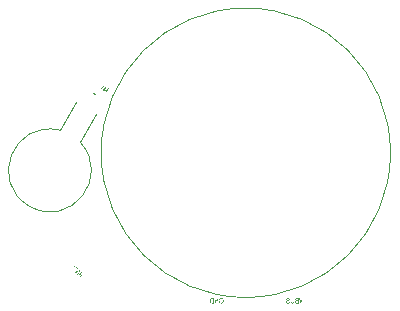
<source format=gbo>
G04*
G04 #@! TF.GenerationSoftware,Altium Limited,Altium Designer,19.0.12 (326)*
G04*
G04 Layer_Color=9147313*
%FSLAX24Y24*%
%MOIN*%
G70*
G01*
G75*
%ADD11C,0.0039*%
%ADD14C,0.0010*%
G36*
X3297Y-4439D02*
X3276D01*
X3217Y-4253D01*
X3237D01*
X3278Y-4388D01*
X3280Y-4394D01*
X3282Y-4399D01*
X3283Y-4404D01*
X3284Y-4409D01*
X3285Y-4413D01*
X3286Y-4416D01*
X3286Y-4417D01*
Y-4418D01*
X3287Y-4418D01*
Y-4419D01*
X3288Y-4413D01*
X3289Y-4408D01*
X3291Y-4402D01*
X3292Y-4398D01*
X3293Y-4394D01*
X3294Y-4391D01*
X3294Y-4390D01*
X3294Y-4389D01*
X3295Y-4388D01*
Y-4388D01*
X3334Y-4253D01*
X3357D01*
X3297Y-4439D01*
D02*
G37*
G36*
X3056Y-4360D02*
X3056Y-4369D01*
X3055Y-4376D01*
X3055Y-4383D01*
X3054Y-4390D01*
X3052Y-4395D01*
X3051Y-4400D01*
X3050Y-4405D01*
X3049Y-4409D01*
X3047Y-4413D01*
X3046Y-4416D01*
X3045Y-4419D01*
X3043Y-4420D01*
X3043Y-4422D01*
X3042Y-4423D01*
X3042Y-4424D01*
X3041Y-4424D01*
X3038Y-4427D01*
X3035Y-4430D01*
X3031Y-4432D01*
X3028Y-4434D01*
X3024Y-4436D01*
X3020Y-4438D01*
X3013Y-4440D01*
X3010Y-4440D01*
X3006Y-4441D01*
X3003Y-4441D01*
X3001Y-4442D01*
X2999Y-4442D01*
X2996D01*
X2988Y-4441D01*
X2981Y-4440D01*
X2975Y-4439D01*
X2970Y-4437D01*
X2966Y-4435D01*
X2965Y-4434D01*
X2963Y-4434D01*
X2962Y-4433D01*
X2961Y-4433D01*
X2961Y-4432D01*
X2961D01*
X2956Y-4428D01*
X2952Y-4424D01*
X2948Y-4419D01*
X2946Y-4415D01*
X2944Y-4411D01*
X2943Y-4408D01*
X2942Y-4406D01*
X2942Y-4406D01*
X2942Y-4405D01*
Y-4405D01*
X2940Y-4398D01*
X2938Y-4390D01*
X2938Y-4383D01*
X2937Y-4376D01*
Y-4373D01*
X2936Y-4370D01*
Y-4367D01*
X2936Y-4365D01*
Y-4363D01*
Y-4361D01*
Y-4361D01*
Y-4360D01*
Y-4253D01*
X2956D01*
Y-4360D01*
Y-4366D01*
X2957Y-4372D01*
X2957Y-4378D01*
X2958Y-4382D01*
X2959Y-4387D01*
X2959Y-4391D01*
X2960Y-4394D01*
X2961Y-4397D01*
X2962Y-4400D01*
X2963Y-4402D01*
X2964Y-4404D01*
X2965Y-4405D01*
X2965Y-4406D01*
X2966Y-4407D01*
X2966Y-4407D01*
Y-4408D01*
X2968Y-4410D01*
X2970Y-4411D01*
X2975Y-4414D01*
X2980Y-4417D01*
X2985Y-4418D01*
X2990Y-4419D01*
X2992Y-4419D01*
X2994D01*
X2995Y-4420D01*
X2997D01*
X3002Y-4419D01*
X3006Y-4419D01*
X3010Y-4418D01*
X3013Y-4417D01*
X3016Y-4416D01*
X3018Y-4415D01*
X3019Y-4414D01*
X3019Y-4414D01*
X3022Y-4411D01*
X3025Y-4409D01*
X3027Y-4406D01*
X3029Y-4403D01*
X3030Y-4400D01*
X3031Y-4399D01*
X3032Y-4397D01*
X3032Y-4397D01*
X3033Y-4394D01*
X3033Y-4392D01*
X3034Y-4386D01*
X3035Y-4380D01*
X3035Y-4374D01*
X3036Y-4369D01*
X3036Y-4366D01*
Y-4364D01*
Y-4363D01*
Y-4361D01*
Y-4360D01*
Y-4360D01*
Y-4253D01*
X3056D01*
Y-4360D01*
D02*
G37*
G36*
X3199Y-4439D02*
X3141D01*
X3134Y-4439D01*
X3128Y-4438D01*
X3122Y-4437D01*
X3117Y-4436D01*
X3114Y-4435D01*
X3111Y-4434D01*
X3110Y-4434D01*
X3109Y-4433D01*
X3105Y-4431D01*
X3101Y-4428D01*
X3098Y-4425D01*
X3096Y-4422D01*
X3093Y-4419D01*
X3092Y-4417D01*
X3091Y-4415D01*
X3091Y-4415D01*
Y-4415D01*
X3088Y-4410D01*
X3087Y-4405D01*
X3085Y-4400D01*
X3084Y-4395D01*
X3084Y-4391D01*
Y-4389D01*
X3084Y-4388D01*
Y-4387D01*
Y-4386D01*
Y-4385D01*
Y-4385D01*
X3084Y-4379D01*
X3085Y-4373D01*
X3086Y-4369D01*
X3087Y-4364D01*
X3089Y-4361D01*
X3090Y-4358D01*
X3091Y-4357D01*
X3091Y-4357D01*
X3094Y-4352D01*
X3098Y-4349D01*
X3101Y-4346D01*
X3105Y-4344D01*
X3108Y-4342D01*
X3110Y-4341D01*
X3112Y-4340D01*
X3112Y-4340D01*
X3112D01*
X3109Y-4337D01*
X3105Y-4335D01*
X3103Y-4332D01*
X3101Y-4329D01*
X3099Y-4327D01*
X3097Y-4325D01*
X3097Y-4324D01*
X3096Y-4324D01*
X3094Y-4319D01*
X3093Y-4316D01*
X3092Y-4311D01*
X3091Y-4308D01*
X3091Y-4305D01*
X3091Y-4302D01*
Y-4301D01*
Y-4301D01*
Y-4300D01*
X3091Y-4295D01*
X3092Y-4290D01*
X3093Y-4286D01*
X3094Y-4282D01*
X3095Y-4279D01*
X3096Y-4277D01*
X3097Y-4275D01*
X3097Y-4275D01*
X3100Y-4271D01*
X3103Y-4268D01*
X3105Y-4265D01*
X3108Y-4262D01*
X3111Y-4260D01*
X3113Y-4259D01*
X3114Y-4258D01*
X3114Y-4258D01*
X3118Y-4256D01*
X3123Y-4255D01*
X3127Y-4254D01*
X3132Y-4253D01*
X3136Y-4253D01*
X3139Y-4253D01*
X3199D01*
Y-4439D01*
D02*
G37*
G36*
X2853Y-4250D02*
X2858Y-4250D01*
X2865Y-4251D01*
X2869Y-4253D01*
X2872Y-4254D01*
X2875Y-4255D01*
X2878Y-4256D01*
X2880Y-4258D01*
X2882Y-4259D01*
X2884Y-4260D01*
X2886Y-4262D01*
X2887Y-4262D01*
X2888Y-4263D01*
X2888Y-4263D01*
X2888Y-4264D01*
X2891Y-4266D01*
X2893Y-4269D01*
X2895Y-4272D01*
X2897Y-4275D01*
X2899Y-4282D01*
X2901Y-4287D01*
X2902Y-4293D01*
X2902Y-4295D01*
X2903Y-4297D01*
X2903Y-4298D01*
Y-4299D01*
Y-4300D01*
Y-4301D01*
X2903Y-4305D01*
X2902Y-4310D01*
X2901Y-4313D01*
X2900Y-4317D01*
X2900Y-4320D01*
X2899Y-4322D01*
X2898Y-4323D01*
X2898Y-4324D01*
X2896Y-4327D01*
X2894Y-4330D01*
X2891Y-4333D01*
X2889Y-4335D01*
X2887Y-4337D01*
X2885Y-4339D01*
X2884Y-4340D01*
X2884Y-4340D01*
X2882Y-4341D01*
X2880Y-4342D01*
X2875Y-4345D01*
X2870Y-4347D01*
X2865Y-4349D01*
X2860Y-4350D01*
X2858Y-4351D01*
X2856Y-4352D01*
X2855Y-4352D01*
X2854Y-4352D01*
X2853Y-4353D01*
X2853D01*
X2849Y-4354D01*
X2844Y-4355D01*
X2841Y-4356D01*
X2838Y-4357D01*
X2835Y-4358D01*
X2832Y-4359D01*
X2830Y-4360D01*
X2828Y-4361D01*
X2826Y-4362D01*
X2825Y-4362D01*
X2823Y-4363D01*
X2821Y-4364D01*
X2821Y-4364D01*
X2818Y-4366D01*
X2816Y-4367D01*
X2814Y-4369D01*
X2813Y-4370D01*
X2812Y-4372D01*
X2811Y-4373D01*
X2811Y-4374D01*
X2810Y-4374D01*
X2809Y-4376D01*
X2808Y-4379D01*
X2807Y-4381D01*
X2807Y-4383D01*
X2807Y-4385D01*
X2806Y-4387D01*
Y-4388D01*
Y-4388D01*
X2807Y-4393D01*
X2808Y-4397D01*
X2810Y-4402D01*
X2811Y-4405D01*
X2813Y-4407D01*
X2815Y-4409D01*
X2816Y-4410D01*
X2817Y-4411D01*
X2821Y-4414D01*
X2825Y-4416D01*
X2830Y-4417D01*
X2834Y-4419D01*
X2838Y-4419D01*
X2842Y-4419D01*
X2843Y-4420D01*
X2845D01*
X2849Y-4419D01*
X2853Y-4419D01*
X2857Y-4418D01*
X2861Y-4417D01*
X2864Y-4416D01*
X2865Y-4415D01*
X2867Y-4415D01*
X2867Y-4414D01*
X2871Y-4412D01*
X2874Y-4410D01*
X2877Y-4408D01*
X2879Y-4406D01*
X2881Y-4404D01*
X2882Y-4402D01*
X2883Y-4401D01*
X2883Y-4401D01*
X2885Y-4397D01*
X2886Y-4393D01*
X2888Y-4390D01*
X2888Y-4385D01*
X2889Y-4382D01*
X2889Y-4379D01*
Y-4378D01*
X2890Y-4377D01*
Y-4377D01*
Y-4377D01*
X2909Y-4379D01*
X2908Y-4384D01*
X2908Y-4389D01*
X2907Y-4394D01*
X2906Y-4398D01*
X2904Y-4402D01*
X2903Y-4406D01*
X2901Y-4410D01*
X2900Y-4413D01*
X2898Y-4415D01*
X2897Y-4418D01*
X2895Y-4420D01*
X2894Y-4422D01*
X2893Y-4423D01*
X2892Y-4424D01*
X2892Y-4425D01*
X2891Y-4425D01*
X2888Y-4428D01*
X2885Y-4431D01*
X2881Y-4433D01*
X2877Y-4435D01*
X2873Y-4437D01*
X2870Y-4438D01*
X2862Y-4440D01*
X2859Y-4441D01*
X2856Y-4441D01*
X2853Y-4441D01*
X2851Y-4442D01*
X2849Y-4442D01*
X2846D01*
X2840Y-4442D01*
X2833Y-4441D01*
X2828Y-4440D01*
X2824Y-4438D01*
X2820Y-4437D01*
X2817Y-4436D01*
X2816Y-4436D01*
X2815Y-4435D01*
X2815Y-4435D01*
X2815D01*
X2810Y-4432D01*
X2806Y-4429D01*
X2803Y-4426D01*
X2800Y-4423D01*
X2797Y-4420D01*
X2796Y-4417D01*
X2795Y-4416D01*
X2794Y-4415D01*
Y-4415D01*
X2792Y-4410D01*
X2790Y-4405D01*
X2789Y-4400D01*
X2788Y-4396D01*
X2787Y-4392D01*
X2787Y-4389D01*
Y-4388D01*
Y-4387D01*
Y-4386D01*
Y-4386D01*
X2787Y-4380D01*
X2788Y-4375D01*
X2789Y-4370D01*
X2790Y-4366D01*
X2792Y-4363D01*
X2793Y-4360D01*
X2794Y-4359D01*
X2794Y-4358D01*
X2797Y-4354D01*
X2800Y-4351D01*
X2804Y-4347D01*
X2807Y-4345D01*
X2810Y-4342D01*
X2813Y-4341D01*
X2815Y-4340D01*
X2815Y-4340D01*
X2815D01*
X2817Y-4339D01*
X2819Y-4338D01*
X2824Y-4336D01*
X2829Y-4334D01*
X2835Y-4333D01*
X2840Y-4331D01*
X2842Y-4330D01*
X2843Y-4330D01*
X2845Y-4329D01*
X2846Y-4329D01*
X2847Y-4329D01*
X2847D01*
X2851Y-4328D01*
X2855Y-4326D01*
X2859Y-4325D01*
X2862Y-4324D01*
X2864Y-4323D01*
X2867Y-4322D01*
X2869Y-4321D01*
X2871Y-4320D01*
X2874Y-4318D01*
X2876Y-4317D01*
X2877Y-4316D01*
X2877Y-4316D01*
X2879Y-4314D01*
X2881Y-4311D01*
X2882Y-4308D01*
X2883Y-4305D01*
X2883Y-4302D01*
X2883Y-4301D01*
Y-4299D01*
Y-4299D01*
X2883Y-4294D01*
X2882Y-4290D01*
X2881Y-4287D01*
X2879Y-4284D01*
X2877Y-4282D01*
X2876Y-4280D01*
X2875Y-4279D01*
X2874Y-4279D01*
X2871Y-4276D01*
X2867Y-4274D01*
X2862Y-4273D01*
X2858Y-4272D01*
X2854Y-4271D01*
X2851Y-4271D01*
X2848D01*
X2842Y-4271D01*
X2837Y-4272D01*
X2832Y-4274D01*
X2829Y-4275D01*
X2826Y-4277D01*
X2824Y-4279D01*
X2823Y-4280D01*
X2822Y-4280D01*
X2819Y-4284D01*
X2816Y-4288D01*
X2814Y-4292D01*
X2813Y-4297D01*
X2812Y-4301D01*
X2811Y-4304D01*
Y-4305D01*
X2811Y-4306D01*
Y-4307D01*
Y-4307D01*
X2791Y-4305D01*
X2792Y-4299D01*
X2793Y-4293D01*
X2794Y-4288D01*
X2796Y-4284D01*
X2797Y-4280D01*
X2798Y-4278D01*
X2799Y-4276D01*
X2799Y-4276D01*
Y-4275D01*
X2802Y-4271D01*
X2805Y-4267D01*
X2808Y-4264D01*
X2812Y-4261D01*
X2815Y-4259D01*
X2817Y-4257D01*
X2818Y-4256D01*
X2819Y-4256D01*
X2819D01*
X2824Y-4254D01*
X2829Y-4252D01*
X2834Y-4251D01*
X2839Y-4250D01*
X2843Y-4250D01*
X2844D01*
X2846Y-4249D01*
X2849D01*
X2853Y-4250D01*
D02*
G37*
G36*
X530Y-4439D02*
X510D01*
Y-4292D01*
X430Y-4439D01*
X409D01*
Y-4253D01*
X429D01*
Y-4400D01*
X509Y-4253D01*
X530D01*
Y-4439D01*
D02*
G37*
G36*
X632Y-4250D02*
X639Y-4251D01*
X646Y-4253D01*
X652Y-4255D01*
X654Y-4256D01*
X656Y-4257D01*
X658Y-4258D01*
X660Y-4259D01*
X661Y-4259D01*
X662Y-4260D01*
X663Y-4260D01*
X663D01*
X666Y-4262D01*
X669Y-4265D01*
X674Y-4270D01*
X679Y-4275D01*
X683Y-4281D01*
X686Y-4286D01*
X687Y-4288D01*
X688Y-4290D01*
X689Y-4291D01*
X689Y-4292D01*
X690Y-4293D01*
Y-4293D01*
X693Y-4302D01*
X696Y-4311D01*
X698Y-4320D01*
X699Y-4329D01*
X699Y-4332D01*
X699Y-4336D01*
X700Y-4339D01*
Y-4342D01*
X700Y-4344D01*
Y-4345D01*
Y-4346D01*
Y-4347D01*
X699Y-4358D01*
X699Y-4363D01*
X698Y-4367D01*
X698Y-4372D01*
X697Y-4376D01*
X696Y-4380D01*
X695Y-4384D01*
X694Y-4387D01*
X693Y-4390D01*
X692Y-4392D01*
X692Y-4394D01*
X691Y-4396D01*
X690Y-4397D01*
X690Y-4398D01*
Y-4398D01*
X686Y-4406D01*
X681Y-4412D01*
X677Y-4418D01*
X672Y-4423D01*
X668Y-4426D01*
X665Y-4429D01*
X664Y-4430D01*
X663Y-4431D01*
X662Y-4431D01*
X662Y-4431D01*
X655Y-4435D01*
X648Y-4437D01*
X642Y-4439D01*
X636Y-4441D01*
X633Y-4441D01*
X630Y-4441D01*
X628Y-4442D01*
X626D01*
X624Y-4442D01*
X622D01*
X616Y-4442D01*
X610Y-4441D01*
X604Y-4440D01*
X600Y-4438D01*
X595Y-4437D01*
X594Y-4437D01*
X592Y-4436D01*
X591Y-4435D01*
X590Y-4435D01*
X590Y-4435D01*
X589D01*
X583Y-4432D01*
X578Y-4428D01*
X573Y-4425D01*
X568Y-4421D01*
X564Y-4418D01*
X561Y-4415D01*
X560Y-4414D01*
X559Y-4413D01*
X559Y-4413D01*
X559Y-4413D01*
Y-4344D01*
X623D01*
Y-4366D01*
X579D01*
Y-4400D01*
X582Y-4403D01*
X585Y-4406D01*
X588Y-4408D01*
X591Y-4410D01*
X594Y-4412D01*
X597Y-4413D01*
X598Y-4414D01*
X598Y-4414D01*
X599D01*
X603Y-4416D01*
X608Y-4417D01*
X612Y-4418D01*
X615Y-4419D01*
X619Y-4419D01*
X621Y-4420D01*
X623D01*
X628Y-4419D01*
X632Y-4419D01*
X636Y-4418D01*
X640Y-4417D01*
X643Y-4415D01*
X647Y-4414D01*
X650Y-4412D01*
X653Y-4410D01*
X655Y-4409D01*
X657Y-4407D01*
X659Y-4405D01*
X661Y-4404D01*
X662Y-4403D01*
X663Y-4402D01*
X663Y-4401D01*
X664Y-4401D01*
X666Y-4397D01*
X669Y-4393D01*
X671Y-4389D01*
X673Y-4384D01*
X674Y-4380D01*
X675Y-4375D01*
X677Y-4366D01*
X678Y-4362D01*
X678Y-4358D01*
X679Y-4354D01*
X679Y-4351D01*
X679Y-4349D01*
Y-4347D01*
Y-4346D01*
Y-4345D01*
X679Y-4336D01*
X678Y-4328D01*
X677Y-4321D01*
X676Y-4318D01*
X676Y-4315D01*
X675Y-4313D01*
X674Y-4310D01*
X674Y-4308D01*
X673Y-4307D01*
X673Y-4305D01*
X672Y-4304D01*
X672Y-4304D01*
Y-4304D01*
X669Y-4298D01*
X666Y-4292D01*
X663Y-4288D01*
X660Y-4285D01*
X657Y-4282D01*
X655Y-4280D01*
X653Y-4279D01*
X653Y-4278D01*
X648Y-4276D01*
X643Y-4274D01*
X638Y-4272D01*
X634Y-4271D01*
X630Y-4271D01*
X627Y-4270D01*
X624D01*
X620Y-4271D01*
X616Y-4271D01*
X613Y-4272D01*
X610Y-4272D01*
X607Y-4274D01*
X605Y-4274D01*
X604Y-4275D01*
X604Y-4275D01*
X600Y-4277D01*
X597Y-4279D01*
X595Y-4281D01*
X593Y-4283D01*
X591Y-4284D01*
X590Y-4286D01*
X589Y-4287D01*
X589Y-4287D01*
X587Y-4290D01*
X585Y-4294D01*
X583Y-4298D01*
X582Y-4302D01*
X581Y-4305D01*
X580Y-4308D01*
X580Y-4309D01*
Y-4310D01*
X579Y-4310D01*
Y-4311D01*
X561Y-4305D01*
X563Y-4298D01*
X565Y-4291D01*
X567Y-4286D01*
X569Y-4281D01*
X571Y-4278D01*
X572Y-4275D01*
X573Y-4274D01*
X573Y-4273D01*
X577Y-4269D01*
X580Y-4266D01*
X583Y-4263D01*
X587Y-4260D01*
X590Y-4258D01*
X592Y-4257D01*
X594Y-4256D01*
X594Y-4256D01*
X594D01*
X599Y-4253D01*
X604Y-4252D01*
X609Y-4251D01*
X613Y-4250D01*
X618Y-4250D01*
X621Y-4249D01*
X624D01*
X632Y-4250D01*
D02*
G37*
G36*
X375Y-4439D02*
X320D01*
X312Y-4439D01*
X304Y-4438D01*
X298Y-4436D01*
X295Y-4435D01*
X292Y-4434D01*
X290Y-4434D01*
X288Y-4433D01*
X286Y-4432D01*
X285Y-4431D01*
X283Y-4431D01*
X283Y-4430D01*
X282Y-4430D01*
X282D01*
X279Y-4428D01*
X277Y-4426D01*
X272Y-4421D01*
X268Y-4416D01*
X265Y-4411D01*
X262Y-4406D01*
X261Y-4404D01*
X260Y-4402D01*
X259Y-4401D01*
X259Y-4400D01*
X258Y-4399D01*
Y-4399D01*
X255Y-4390D01*
X253Y-4381D01*
X251Y-4372D01*
X250Y-4363D01*
X250Y-4360D01*
X249Y-4356D01*
X249Y-4353D01*
X249Y-4350D01*
Y-4348D01*
Y-4346D01*
Y-4345D01*
Y-4345D01*
X249Y-4336D01*
X250Y-4328D01*
X251Y-4320D01*
X251Y-4317D01*
X251Y-4314D01*
X252Y-4311D01*
X253Y-4309D01*
X253Y-4307D01*
X254Y-4305D01*
X254Y-4304D01*
X254Y-4303D01*
X254Y-4302D01*
Y-4302D01*
X257Y-4296D01*
X259Y-4290D01*
X262Y-4285D01*
X264Y-4281D01*
X266Y-4277D01*
X268Y-4275D01*
X269Y-4273D01*
X270Y-4272D01*
X274Y-4268D01*
X277Y-4265D01*
X281Y-4262D01*
X285Y-4260D01*
X288Y-4258D01*
X291Y-4257D01*
X292Y-4256D01*
X292Y-4256D01*
X293D01*
X297Y-4255D01*
X302Y-4254D01*
X307Y-4253D01*
X311Y-4253D01*
X316Y-4253D01*
X318Y-4253D01*
X375D01*
Y-4439D01*
D02*
G37*
G36*
X-3288Y2837D02*
X-3289Y2833D01*
X-3289Y2829D01*
X-3289Y2824D01*
X-3288Y2820D01*
X-3288Y2817D01*
X-3287Y2814D01*
X-3287Y2812D01*
X-3287Y2812D01*
X-3287Y2812D01*
X-3285Y2806D01*
X-3284Y2802D01*
X-3282Y2797D01*
X-3280Y2793D01*
X-3279Y2790D01*
X-3277Y2787D01*
X-3277Y2786D01*
X-3277Y2785D01*
X-3276Y2785D01*
X-3276Y2785D01*
X-3286Y2768D01*
X-3287Y2771D01*
X-3289Y2774D01*
X-3291Y2777D01*
X-3292Y2779D01*
X-3293Y2782D01*
X-3294Y2784D01*
X-3295Y2785D01*
X-3295Y2785D01*
X-3297Y2789D01*
X-3298Y2793D01*
X-3299Y2796D01*
X-3300Y2799D01*
X-3300Y2801D01*
X-3301Y2803D01*
X-3301Y2804D01*
X-3301Y2804D01*
X-3363Y2697D01*
X-3377Y2705D01*
X-3297Y2842D01*
X-3288Y2837D01*
D02*
G37*
G36*
X-3208Y2790D02*
X-3236Y2679D01*
X-3238Y2674D01*
X-3239Y2668D01*
X-3240Y2664D01*
X-3241Y2661D01*
X-3242Y2658D01*
X-3242Y2656D01*
X-3243Y2655D01*
X-3243Y2654D01*
X-3226Y2671D01*
X-3143Y2753D01*
X-3121Y2740D01*
X-3200Y2603D01*
X-3214Y2611D01*
X-3147Y2728D01*
X-3247Y2630D01*
X-3260Y2638D01*
X-3226Y2772D01*
X-3293Y2657D01*
X-3307Y2665D01*
X-3228Y2802D01*
X-3208Y2790D01*
D02*
G37*
G36*
X-4249Y-3174D02*
X-4250Y-3178D01*
X-4251Y-3182D01*
X-4252Y-3187D01*
X-4253Y-3191D01*
X-4253Y-3194D01*
X-4253Y-3197D01*
X-4254Y-3199D01*
Y-3199D01*
Y-3199D01*
Y-3205D01*
X-4253Y-3210D01*
X-4253Y-3215D01*
X-4252Y-3219D01*
X-4251Y-3223D01*
X-4251Y-3226D01*
X-4251Y-3227D01*
Y-3228D01*
X-4250Y-3228D01*
X-4250Y-3228D01*
X-4264Y-3241D01*
X-4265Y-3238D01*
X-4266Y-3235D01*
X-4266Y-3232D01*
X-4267Y-3229D01*
X-4268Y-3226D01*
X-4268Y-3225D01*
X-4268Y-3223D01*
X-4268Y-3223D01*
X-4269Y-3218D01*
X-4269Y-3215D01*
X-4269Y-3211D01*
X-4270Y-3208D01*
X-4269Y-3206D01*
X-4270Y-3204D01*
X-4269Y-3203D01*
Y-3203D01*
X-4357Y-3290D01*
X-4368Y-3279D01*
X-4256Y-3167D01*
X-4249Y-3174D01*
D02*
G37*
G36*
X-4134Y-3289D02*
X-4148Y-3303D01*
X-4178Y-3273D01*
X-4276Y-3371D01*
X-4288Y-3359D01*
X-4190Y-3260D01*
X-4220Y-3230D01*
X-4207Y-3217D01*
X-4134Y-3289D01*
D02*
G37*
G36*
X-4030Y-3405D02*
X-4028Y-3406D01*
X-4026Y-3406D01*
X-4025Y-3406D01*
X-4024Y-3406D01*
X-4021Y-3407D01*
X-4017Y-3409D01*
X-4014Y-3412D01*
X-4011Y-3414D01*
X-4008Y-3416D01*
X-4006Y-3418D01*
X-3970Y-3454D01*
X-4082Y-3565D01*
X-4116Y-3530D01*
X-4120Y-3526D01*
X-4124Y-3522D01*
X-4127Y-3518D01*
X-4129Y-3515D01*
X-4130Y-3512D01*
X-4131Y-3510D01*
X-4132Y-3509D01*
X-4132Y-3508D01*
X-4133Y-3504D01*
X-4133Y-3500D01*
Y-3496D01*
X-4133Y-3493D01*
X-4133Y-3490D01*
X-4132Y-3488D01*
X-4132Y-3486D01*
Y-3486D01*
X-4132Y-3486D01*
X-4130Y-3481D01*
X-4128Y-3477D01*
X-4126Y-3474D01*
X-4124Y-3470D01*
X-4122Y-3468D01*
X-4121Y-3467D01*
X-4120Y-3465D01*
X-4119Y-3465D01*
X-4119Y-3464D01*
X-4119Y-3464D01*
X-4118Y-3464D01*
X-4115Y-3460D01*
X-4111Y-3458D01*
X-4107Y-3455D01*
X-4104Y-3454D01*
X-4101Y-3453D01*
X-4099Y-3452D01*
X-4097Y-3452D01*
X-4097Y-3451D01*
X-4093Y-3451D01*
X-4088D01*
X-4085Y-3451D01*
X-4081Y-3452D01*
X-4078Y-3453D01*
X-4076Y-3453D01*
X-4075Y-3454D01*
X-4074D01*
X-4074Y-3454D01*
X-4075Y-3450D01*
X-4075Y-3447D01*
Y-3444D01*
X-4075Y-3441D01*
X-4075Y-3438D01*
X-4074Y-3436D01*
X-4074Y-3435D01*
X-4074Y-3435D01*
X-4073Y-3431D01*
X-4071Y-3428D01*
X-4069Y-3425D01*
X-4068Y-3422D01*
X-4066Y-3420D01*
X-4065Y-3419D01*
X-4064Y-3418D01*
X-4064Y-3418D01*
X-4063Y-3417D01*
X-4060Y-3414D01*
X-4057Y-3412D01*
X-4054Y-3410D01*
X-4051Y-3409D01*
X-4048Y-3407D01*
X-4046Y-3407D01*
X-4045Y-3406D01*
X-4044Y-3406D01*
X-4040Y-3405D01*
X-4037Y-3405D01*
X-4033Y-3405D01*
X-4030Y-3405D01*
D02*
G37*
G36*
X-4081Y-3343D02*
X-4157Y-3490D01*
X-4170Y-3477D01*
X-4146Y-3433D01*
X-4185Y-3395D01*
X-4229Y-3418D01*
X-4243Y-3404D01*
X-4094Y-3330D01*
X-4081Y-3343D01*
D02*
G37*
%LPC*%
G36*
X3179Y-4275D02*
X3143D01*
X3138Y-4275D01*
X3134Y-4275D01*
X3130Y-4276D01*
X3128Y-4277D01*
X3126Y-4277D01*
X3125Y-4277D01*
X3125D01*
X3123Y-4278D01*
X3121Y-4280D01*
X3119Y-4281D01*
X3117Y-4283D01*
X3116Y-4284D01*
X3116Y-4286D01*
X3115Y-4286D01*
X3115Y-4287D01*
X3113Y-4289D01*
X3112Y-4292D01*
X3112Y-4295D01*
X3111Y-4297D01*
X3111Y-4300D01*
X3111Y-4302D01*
Y-4303D01*
Y-4303D01*
X3111Y-4307D01*
X3111Y-4310D01*
X3112Y-4313D01*
X3113Y-4316D01*
X3114Y-4318D01*
X3114Y-4319D01*
X3115Y-4320D01*
X3115Y-4320D01*
X3117Y-4322D01*
X3119Y-4324D01*
X3121Y-4326D01*
X3123Y-4327D01*
X3125Y-4328D01*
X3126Y-4329D01*
X3127Y-4329D01*
X3127Y-4329D01*
X3130Y-4330D01*
X3132Y-4330D01*
X3138Y-4331D01*
X3141Y-4331D01*
X3179D01*
Y-4275D01*
D02*
G37*
G36*
Y-4353D02*
X3144D01*
X3138Y-4353D01*
X3133Y-4354D01*
X3129Y-4354D01*
X3126Y-4355D01*
X3124Y-4355D01*
X3122Y-4356D01*
X3121Y-4356D01*
X3120Y-4357D01*
X3118Y-4358D01*
X3116Y-4360D01*
X3113Y-4361D01*
X3112Y-4363D01*
X3110Y-4365D01*
X3110Y-4366D01*
X3109Y-4367D01*
X3109Y-4367D01*
X3107Y-4370D01*
X3106Y-4373D01*
X3105Y-4376D01*
X3105Y-4379D01*
X3105Y-4381D01*
X3104Y-4383D01*
Y-4384D01*
Y-4385D01*
X3105Y-4389D01*
X3105Y-4393D01*
X3106Y-4396D01*
X3106Y-4399D01*
X3108Y-4401D01*
X3108Y-4403D01*
X3109Y-4404D01*
X3109Y-4404D01*
X3111Y-4406D01*
X3113Y-4409D01*
X3115Y-4411D01*
X3117Y-4412D01*
X3119Y-4413D01*
X3121Y-4414D01*
X3122Y-4414D01*
X3122Y-4415D01*
X3125Y-4415D01*
X3128Y-4416D01*
X3131Y-4416D01*
X3134Y-4417D01*
X3137Y-4417D01*
X3179D01*
Y-4353D01*
D02*
G37*
G36*
X355Y-4275D02*
X323D01*
X317Y-4275D01*
X312Y-4275D01*
X307Y-4276D01*
X303Y-4277D01*
X301Y-4277D01*
X299Y-4278D01*
X297Y-4278D01*
X297Y-4278D01*
X293Y-4281D01*
X289Y-4284D01*
X286Y-4288D01*
X283Y-4291D01*
X280Y-4295D01*
X279Y-4298D01*
X278Y-4299D01*
X278Y-4299D01*
X277Y-4300D01*
Y-4300D01*
X276Y-4304D01*
X275Y-4307D01*
X273Y-4314D01*
X271Y-4321D01*
X271Y-4328D01*
X270Y-4332D01*
X270Y-4335D01*
Y-4337D01*
X269Y-4340D01*
Y-4342D01*
Y-4343D01*
Y-4344D01*
Y-4345D01*
X270Y-4354D01*
X271Y-4363D01*
X271Y-4367D01*
X272Y-4370D01*
X272Y-4374D01*
X273Y-4377D01*
X274Y-4380D01*
X274Y-4382D01*
X275Y-4385D01*
X276Y-4387D01*
X276Y-4388D01*
X277Y-4389D01*
X277Y-4390D01*
Y-4390D01*
X279Y-4395D01*
X281Y-4399D01*
X284Y-4403D01*
X287Y-4406D01*
X289Y-4408D01*
X291Y-4409D01*
X292Y-4410D01*
X293Y-4411D01*
X297Y-4413D01*
X302Y-4414D01*
X307Y-4415D01*
X311Y-4416D01*
X316Y-4417D01*
X318D01*
X319Y-4417D01*
X355D01*
Y-4275D01*
D02*
G37*
G36*
X-4037Y-3423D02*
X-4039Y-3423D01*
X-4040Y-3423D01*
X-4041Y-3424D01*
X-4041D01*
X-4043Y-3424D01*
X-4046Y-3425D01*
X-4048Y-3427D01*
X-4049Y-3428D01*
X-4051Y-3429D01*
X-4052Y-3430D01*
X-4053Y-3431D01*
X-4053Y-3431D01*
X-4055Y-3434D01*
X-4057Y-3436D01*
X-4059Y-3438D01*
X-4060Y-3440D01*
X-4060Y-3442D01*
X-4061Y-3443D01*
X-4061Y-3444D01*
Y-3444D01*
X-4061Y-3446D01*
X-4061Y-3449D01*
X-4061Y-3451D01*
X-4060Y-3453D01*
X-4060Y-3454D01*
X-4059Y-3455D01*
X-4059Y-3456D01*
Y-3457D01*
X-4058Y-3458D01*
X-4056Y-3460D01*
X-4053Y-3464D01*
X-4051Y-3466D01*
X-4029Y-3488D01*
X-3995Y-3455D01*
X-4017Y-3433D01*
X-4020Y-3430D01*
X-4023Y-3428D01*
X-4025Y-3427D01*
X-4027Y-3426D01*
X-4028Y-3425D01*
X-4029Y-3424D01*
X-4029Y-3424D01*
X-4031Y-3423D01*
X-4033Y-3423D01*
X-4035Y-3423D01*
X-4037D01*
D02*
G37*
G36*
X-4088Y-3468D02*
X-4090Y-3468D01*
X-4092Y-3468D01*
X-4092Y-3468D01*
X-4093D01*
X-4095Y-3469D01*
X-4098Y-3470D01*
X-4100Y-3471D01*
X-4102Y-3473D01*
X-4103Y-3474D01*
X-4105Y-3475D01*
X-4106Y-3476D01*
X-4106Y-3476D01*
X-4108Y-3479D01*
X-4110Y-3481D01*
X-4112Y-3484D01*
X-4113Y-3486D01*
X-4114Y-3488D01*
X-4114Y-3489D01*
X-4115Y-3490D01*
Y-3490D01*
X-4115Y-3493D01*
Y-3496D01*
X-4115Y-3498D01*
X-4115Y-3500D01*
X-4114Y-3502D01*
X-4114Y-3503D01*
X-4113Y-3504D01*
Y-3505D01*
X-4112Y-3507D01*
X-4111Y-3509D01*
X-4109Y-3511D01*
X-4107Y-3513D01*
X-4106Y-3515D01*
X-4080Y-3540D01*
X-4042Y-3502D01*
X-4063Y-3481D01*
X-4067Y-3478D01*
X-4070Y-3475D01*
X-4072Y-3473D01*
X-4075Y-3471D01*
X-4077Y-3470D01*
X-4078Y-3469D01*
X-4079Y-3469D01*
X-4079D01*
X-4082Y-3468D01*
X-4084Y-3468D01*
X-4087Y-3468D01*
X-4088D01*
D02*
G37*
G36*
X-4099Y-3348D02*
X-4103Y-3351D01*
X-4108Y-3354D01*
X-4113Y-3357D01*
X-4118Y-3359D01*
X-4122Y-3362D01*
X-4124Y-3363D01*
X-4126Y-3364D01*
X-4127Y-3364D01*
X-4128Y-3365D01*
X-4128Y-3365D01*
X-4128Y-3365D01*
X-4169Y-3386D01*
X-4137Y-3418D01*
X-4115Y-3375D01*
X-4112Y-3370D01*
X-4109Y-3365D01*
X-4107Y-3360D01*
X-4104Y-3356D01*
X-4102Y-3353D01*
X-4101Y-3352D01*
X-4100Y-3351D01*
X-4100Y-3350D01*
X-4099Y-3349D01*
X-4099Y-3349D01*
X-4099Y-3348D01*
D02*
G37*
%LPD*%
D11*
X6265Y585D02*
G03*
X6265Y585I-4823J0D01*
G01*
D14*
X-4769Y1340D02*
G03*
X-4088Y947I-320J-1340D01*
G01*
X-3646Y2577D02*
X-3578Y2537D01*
X-4768Y1342D02*
X-4229Y2277D01*
X-4086Y949D02*
X-3547Y1883D01*
M02*

</source>
